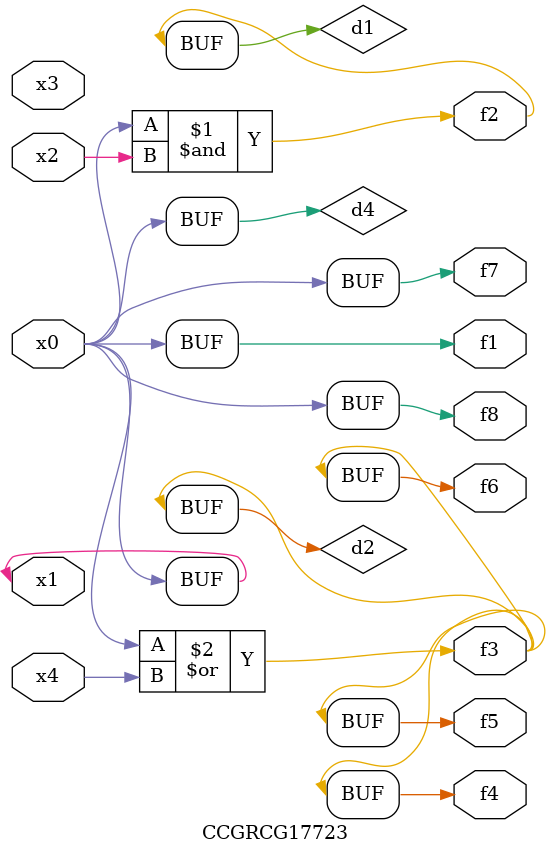
<source format=v>
module CCGRCG17723(
	input x0, x1, x2, x3, x4,
	output f1, f2, f3, f4, f5, f6, f7, f8
);

	wire d1, d2, d3, d4;

	and (d1, x0, x2);
	or (d2, x0, x4);
	nand (d3, x0, x2);
	buf (d4, x0, x1);
	assign f1 = d4;
	assign f2 = d1;
	assign f3 = d2;
	assign f4 = d2;
	assign f5 = d2;
	assign f6 = d2;
	assign f7 = d4;
	assign f8 = d4;
endmodule

</source>
